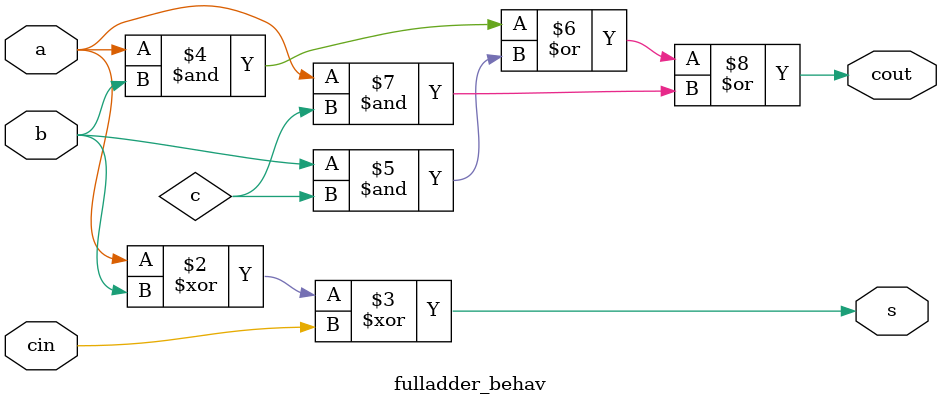
<source format=v>
module fulladder_behav(
a,b,cin,cout,s
);
input a,b,cin;
output reg cout,s;
always @(*)
begin 
s=a^b^cin;
cout=(a&b)|(b&c)|(a&c);
end
endmodule



</source>
